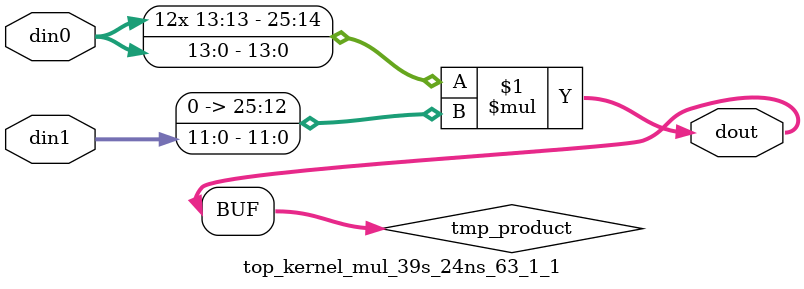
<source format=v>

`timescale 1 ns / 1 ps

 module top_kernel_mul_39s_24ns_63_1_1(din0, din1, dout);
parameter ID = 1;
parameter NUM_STAGE = 0;
parameter din0_WIDTH = 14;
parameter din1_WIDTH = 12;
parameter dout_WIDTH = 26;

input [din0_WIDTH - 1 : 0] din0; 
input [din1_WIDTH - 1 : 0] din1; 
output [dout_WIDTH - 1 : 0] dout;

wire signed [dout_WIDTH - 1 : 0] tmp_product;


























assign tmp_product = $signed(din0) * $signed({1'b0, din1});









assign dout = tmp_product;





















endmodule

</source>
